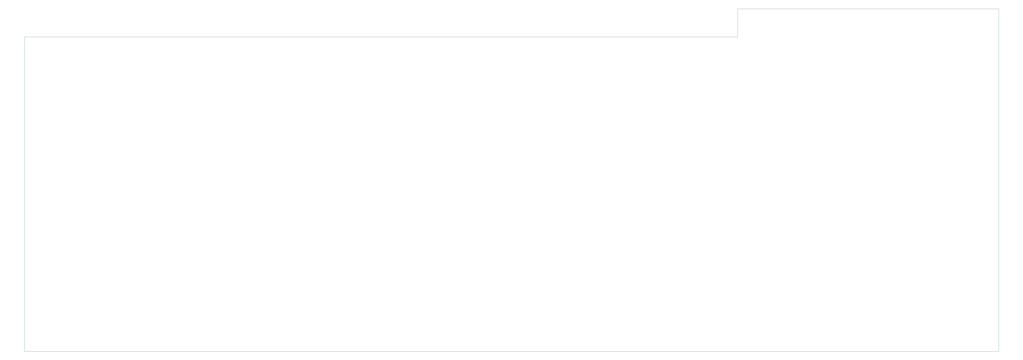
<source format=gbr>
%TF.GenerationSoftware,KiCad,Pcbnew,(5.1.9)-1*%
%TF.CreationDate,2021-08-18T22:50:42+10:00*%
%TF.ProjectId,RedPyKeeb_mainboard,52656450-794b-4656-9562-5f6d61696e62,rev?*%
%TF.SameCoordinates,Original*%
%TF.FileFunction,Profile,NP*%
%FSLAX46Y46*%
G04 Gerber Fmt 4.6, Leading zero omitted, Abs format (unit mm)*
G04 Created by KiCad (PCBNEW (5.1.9)-1) date 2021-08-18 22:50:42*
%MOMM*%
%LPD*%
G01*
G04 APERTURE LIST*
%TA.AperFunction,Profile*%
%ADD10C,0.100000*%
%TD*%
G04 APERTURE END LIST*
D10*
X455930000Y-16510000D02*
X455930000Y-171450000D01*
X337820000Y-16510000D02*
X455930000Y-16510000D01*
X337820000Y-29210000D02*
X337820000Y-16510000D01*
X15240000Y-29210000D02*
X337820000Y-29210000D01*
X15240000Y-171450000D02*
X15240000Y-29210000D01*
X455930000Y-171450000D02*
X15240000Y-171450000D01*
M02*

</source>
